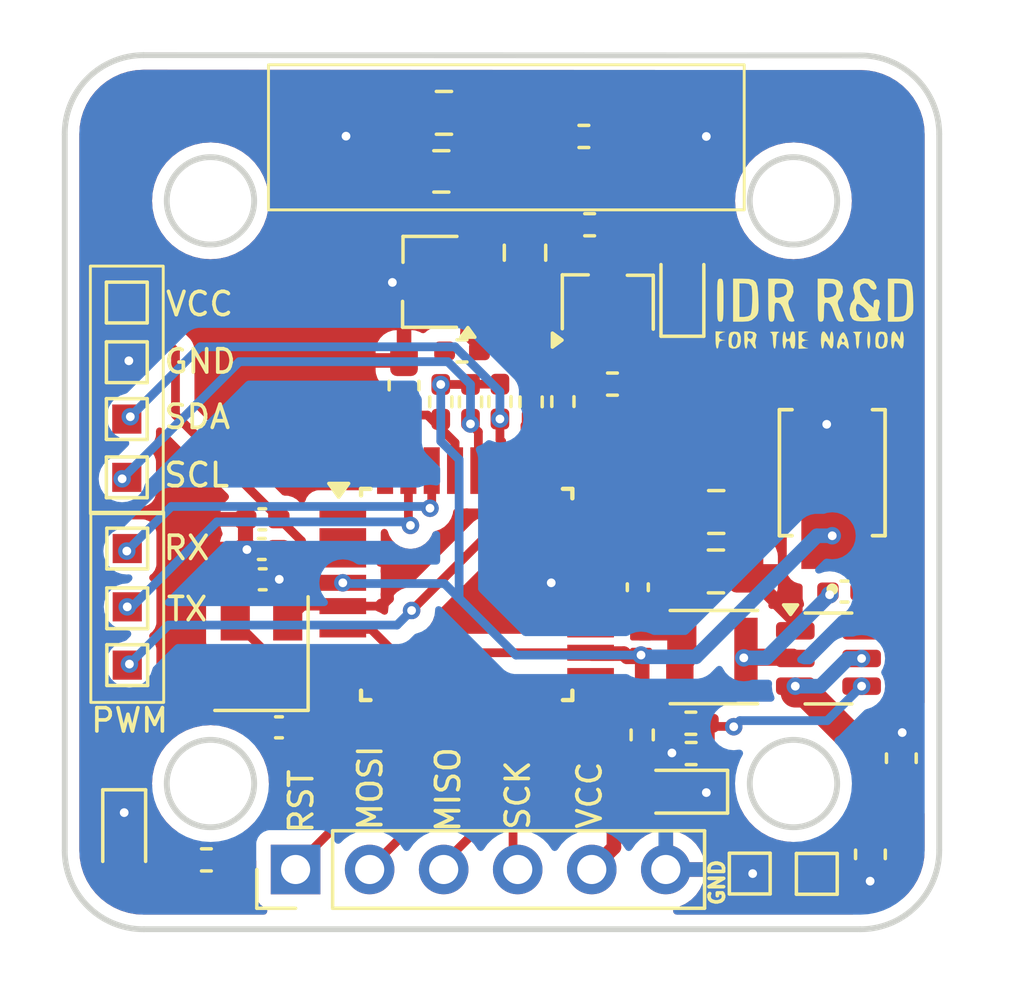
<source format=kicad_pcb>
(kicad_pcb (version 20240108) (generator "pcbnew") (generator_version "8.0")
  (layers (0 "F.Cu" signal) (31 "B.Cu" signal) (34 "B.Paste" user) (35 "F.Paste" user) (36 "B.SilkS" user "B.Silkscreen") (37 "F.SilkS" user "F.Silkscreen") (38 "B.Mask" user) (39 "F.Mask" user) (44 "Edge.Cuts" user))
  (net 0 "")
  (net 1 "GND")
  (net 2 "5V")
  (net 3 "/AREF1")
  (net 4 "/RST_1")
  (net 5 "+VDC")
  (net 6 "On")
  (net 7 "Net-(D3-A)")
  (net 8 "ARM")
  (net 9 "MISO")
  (net 10 "MOSI")
  (net 11 "LED")
  (net 12 "FIRE")
  (net 13 "RESET")
  (net 14 "SCK")
  (net 15 "A0")
  (net 16 "Net-(U1-VBST)")
  (net 17 "Net-(U1-SW)")
  (net 18 "Net-(U2-XTAL1{slash}PB6)")
  (net 19 "Net-(U2-XTAL2{slash}PB7)")
  (net 20 "Net-(D4-A)")
  (net 21 "Net-(D5-A)")
  (net 22 "Net-(Q2-D)")
  (net 23 "Net-(Q2-G)")
  (net 24 "Net-(Q1-G)")
  (net 25 "Net-(U1-VFB)")
  (net 36 "SCL")
  (net 37 "RX")
  (net 38 "TX")
  (net 39 "SDA")
  (net 40 "VCC")
  (net 41 "Net-(J4-Pin_1)")
  (footprint "Capacitor_SMD:C_0402_1005Metric_Pad0.74x0.62mm_HandSolder" (layer "F.Cu") (at 106.76 116.95 180)
    (property "Reference" "C5" (hide yes))
    (property "Value" "1uF")
    (pad "1" smd roundrect (at -0.5675 0 180) (size 0.735 0.62) (layers "F.Cu" "F.Paste" "F.Mask") (net 40 "VCC"))
    (pad "2" smd roundrect (at 0.5675 0 180) (size 0.735 0.62) (layers "F.Cu" "F.Paste" "F.Mask") (net 1 "GND"))
  )
  (footprint "Package_QFP:TQFP-32_7x7mm_P0.8mm" (layer "F.Cu") (at 113.79 118.51)
    (property "Reference" "U2" (hide yes))
    (property "Value" "ATmega328P-A")
    (pad "1" smd rect (at -4.25 -2.8) (size 1.6 0.55) (layers "F.Cu" "F.Paste" "F.Mask"))
    (pad "2" smd rect (at -4.25 -2) (size 1.6 0.55) (layers "F.Cu" "F.Paste" "F.Mask"))
    (pad "3" smd rect (at -4.25 -1.2) (size 1.6 0.55) (layers "F.Cu" "F.Paste" "F.Mask") (net 1 "GND"))
    (pad "4" smd rect (at -4.25 -0.4) (size 1.6 0.55) (layers "F.Cu" "F.Paste" "F.Mask") (net 40 "VCC"))
    (pad "5" smd rect (at -4.25 0.4) (size 1.6 0.55) (layers "F.Cu" "F.Paste" "F.Mask") (net 1 "GND"))
    (pad "6" smd rect (at -4.25 1.2) (size 1.6 0.55) (layers "F.Cu" "F.Paste" "F.Mask") (net 40 "VCC"))
    (pad "7" smd rect (at -4.25 2) (size 1.6 0.55) (layers "F.Cu" "F.Paste" "F.Mask") (net 18 "Net-(U2-XTAL1{slash}PB6)"))
    (pad "8" smd rect (at -4.25 2.8) (size 1.6 0.55) (layers "F.Cu" "F.Paste" "F.Mask") (net 19 "Net-(U2-XTAL2{slash}PB7)"))
    (pad "9" smd rect (at -2.8 4.25 90) (size 1.6 0.55) (layers "F.Cu" "F.Paste" "F.Mask") (net 11 "LED"))
    (pad "10" smd rect (at -2 4.25 90) (size 1.6 0.55) (layers "F.Cu" "F.Paste" "F.Mask"))
    (pad "11" smd rect (at -1.2 4.25 90) (size 1.6 0.55) (layers "F.Cu" "F.Paste" "F.Mask"))
    (pad "12" smd rect (at -0.4 4.25 90) (size 1.6 0.55) (layers "F.Cu" "F.Paste" "F.Mask"))
    (pad "13" smd rect (at 0.4 4.25 90) (size 1.6 0.55) (layers "F.Cu" "F.Paste" "F.Mask"))
    (pad "14" smd rect (at 1.2 4.25 90) (size 1.6 0.55) (layers "F.Cu" "F.Paste" "F.Mask") (net 13 "RESET"))
    (pad "15" smd rect (at 2 4.25 90) (size 1.6 0.55) (layers "F.Cu" "F.Paste" "F.Mask") (net 10 "MOSI"))
    (pad "16" smd rect (at 2.8 4.25 90) (size 1.6 0.55) (layers "F.Cu" "F.Paste" "F.Mask") (net 9 "MISO"))
    (pad "17" smd rect (at 4.25 2.8) (size 1.6 0.55) (layers "F.Cu" "F.Paste" "F.Mask") (net 14 "SCK"))
    (pad "18" smd rect (at 4.25 2) (size 1.6 0.55) (layers "F.Cu" "F.Paste" "F.Mask") (net 40 "VCC"))
    (pad "19" smd rect (at 4.25 1.2) (size 1.6 0.55) (layers "F.Cu" "F.Paste" "F.Mask"))
    (pad "20" smd rect (at 4.25 0.4) (size 1.6 0.55) (layers "F.Cu" "F.Paste" "F.Mask") (net 3 "/AREF1"))
    (pad "21" smd rect (at 4.25 -0.4) (size 1.6 0.55) (layers "F.Cu" "F.Paste" "F.Mask") (net 1 "GND"))
    (pad "22" smd rect (at 4.25 -1.2) (size 1.6 0.55) (layers "F.Cu" "F.Paste" "F.Mask"))
    (pad "23" smd rect (at 4.25 -2) (size 1.6 0.55) (layers "F.Cu" "F.Paste" "F.Mask") (net 15 "A0"))
    (pad "24" smd rect (at 4.25 -2.8) (size 1.6 0.55) (layers "F.Cu" "F.Paste" "F.Mask"))
    (pad "25" smd rect (at 2.8 -4.25 90) (size 1.6 0.55) (layers "F.Cu" "F.Paste" "F.Mask") (net 12 "FIRE"))
    (pad "26" smd rect (at 2 -4.25 90) (size 1.6 0.55) (layers "F.Cu" "F.Paste" "F.Mask") (net 8 "ARM"))
    (pad "27" smd rect (at 1.2 -4.25 90) (size 1.6 0.55) (layers "F.Cu" "F.Paste" "F.Mask") (net 39 "SDA"))
    (pad "28" smd rect (at 0.4 -4.25 90) (size 1.6 0.55) (layers "F.Cu" "F.Paste" "F.Mask") (net 36 "SCL"))
    (pad "29" smd rect (at -0.4 -4.25 90) (size 1.6 0.55) (layers "F.Cu" "F.Paste" "F.Mask") (net 4 "/RST_1"))
    (pad "30" smd rect (at -1.2 -4.25 90) (size 1.6 0.55) (layers "F.Cu" "F.Paste" "F.Mask") (net 37 "RX"))
    (pad "31" smd rect (at -2 -4.25 90) (size 1.6 0.55) (layers "F.Cu" "F.Paste" "F.Mask") (net 38 "TX"))
    (pad "32" smd rect (at -2.8 -4.25 90) (size 1.6 0.55) (layers "F.Cu" "F.Paste" "F.Mask"))
  )
  (footprint "Capacitor_SMD:C_0402_1005Metric_Pad0.74x0.62mm_HandSolder" (layer "F.Cu") (at 119.66 118.2625 90)
    (property "Reference" "C6" (hide yes))
    (property "Value" "0.1uF")
    (pad "1" smd roundrect (at -0.5675 0 90) (size 0.735 0.62) (layers "F.Cu" "F.Paste" "F.Mask") (net 3 "/AREF1"))
    (pad "2" smd roundrect (at 0.5675 0 90) (size 0.735 0.62) (layers "F.Cu" "F.Paste" "F.Mask") (net 1 "GND"))
  )
  (footprint "TestPoint:TestPoint_Pad_1.0x1.0mm" (layer "F.Cu") (at 125.8 128.1)
    (property "Reference" "TP3" (hide yes))
    (property "Value" "TestPoint")
    (pad "1" smd rect (at 0 0) (size 1 1) (layers "F.Cu" "F.Mask") (net 5 "+VDC"))
  )
  (footprint "TestPoint:TestPoint_Pad_1.0x1.0mm" (layer "F.Cu") (at 123.5 128.09)
    (property "Reference" "TP4" (hide yes))
    (property "Value" "TestPoint")
    (pad "1" smd rect (at 0 0) (size 1 1) (layers "F.Cu" "F.Mask") (net 1 "GND"))
  )
  (footprint "Capacitor_SMD:C_0603_1608Metric_Pad1.08x0.95mm_HandSolder" (layer "F.Cu") (at 127.64 127.43 -90)
    (property "Reference" "C3" (hide yes))
    (property "Value" "10uF")
    (pad "1" smd roundrect (at -0.8625 0 270) (size 1.075 0.95) (layers "F.Cu" "F.Paste" "F.Mask") (net 5 "+VDC"))
    (pad "2" smd roundrect (at 0.8625 0 270) (size 1.075 0.95) (layers "F.Cu" "F.Paste" "F.Mask") (net 1 "GND"))
  )
  (footprint "Capacitor_SMD:C_0603_1608Metric_Pad1.08x0.95mm_HandSolder" (layer "F.Cu") (at 111.64 111.34 90)
    (property "Reference" "C10" (hide yes))
    (property "Value" "10uF")
    (pad "1" smd roundrect (at -0.8625 0 90) (size 1.075 0.95) (layers "F.Cu" "F.Paste" "F.Mask") (net 4 "/RST_1"))
    (pad "2" smd roundrect (at 0.8625 0 90) (size 1.075 0.95) (layers "F.Cu" "F.Paste" "F.Mask") (net 1 "GND"))
  )
  (footprint "Capacitor_SMD:C_0402_1005Metric_Pad0.74x0.62mm_HandSolder" (layer "F.Cu") (at 107.35 123.07 180)
    (property "Reference" "C12" (hide yes))
    (property "Value" "22pF")
    (pad "1" smd roundrect (at -0.5675 0 180) (size 0.735 0.62) (layers "F.Cu" "F.Paste" "F.Mask") (net 19 "Net-(U2-XTAL2{slash}PB7)"))
    (pad "2" smd roundrect (at 0.5675 0 180) (size 0.735 0.62) (layers "F.Cu" "F.Paste" "F.Mask") (net 1 "GND"))
  )
  (footprint "Capacitor_SMD:C_0402_1005Metric_Pad0.74x0.62mm_HandSolder" (layer "F.Cu") (at 106.7775 115.93 180)
    (property "Reference" "C7" (hide yes))
    (property "Value" "0.1uF")
    (pad "1" smd roundrect (at -0.5675 0 180) (size 0.735 0.62) (layers "F.Cu" "F.Paste" "F.Mask") (net 40 "VCC"))
    (pad "2" smd roundrect (at 0.5675 0 180) (size 0.735 0.62) (layers "F.Cu" "F.Paste" "F.Mask") (net 1 "GND"))
  )
  (footprint "Capacitor_SMD:C_0805_2012Metric_Pad1.18x1.45mm_HandSolder" (layer "F.Cu") (at 113.01 101.98 180)
    (property "Reference" "C1" (hide yes))
    (property "Value" "22uF")
    (pad "1" smd roundrect (at -1.0375 0 180) (size 1.175 1.45) (layers "F.Cu" "F.Paste" "F.Mask") (roundrect_rratio 0.212766) (net 6 "On"))
    (pad "2" smd roundrect (at 1.0375 0 180) (size 1.175 1.45) (layers "F.Cu" "F.Paste" "F.Mask") (roundrect_rratio 0.212766) (net 1 "GND"))
  )
  (footprint "Package_TO_SOT_SMD:SOT-23-6" (layer "F.Cu") (at 126.2 120.7075)
    (property "Reference" "U1" (hide yes))
    (property "Value" "TPS562200")
    (pad "1" smd roundrect (at -1.1375 -0.95) (size 1.325 0.6) (layers "F.Cu" "F.Paste" "F.Mask") (net 1 "GND"))
    (pad "2" smd roundrect (at -1.1375 0) (size 1.325 0.6) (layers "F.Cu" "F.Paste" "F.Mask") (net 17 "Net-(U1-SW)"))
    (pad "3" smd roundrect (at -1.1375 0.95) (size 1.325 0.6) (layers "F.Cu" "F.Paste" "F.Mask") (net 5 "+VDC"))
    (pad "4" smd roundrect (at 1.1375 0.95) (size 1.325 0.6) (layers "F.Cu" "F.Paste" "F.Mask") (net 25 "Net-(U1-VFB)"))
    (pad "5" smd roundrect (at 1.1375 0) (size 1.325 0.6) (layers "F.Cu" "F.Paste" "F.Mask") (net 5 "+VDC"))
    (pad "6" smd roundrect (at 1.1375 -0.95) (size 1.325 0.6) (layers "F.Cu" "F.Paste" "F.Mask") (net 16 "Net-(U1-VBST)"))
  )
  (footprint "Inductor_SMD:L_Taiyo-Yuden_NR-30xx" (layer "F.Cu") (at 122.27 120.66 180)
    (property "Reference" "L1" (hide yes))
    (property "Value" "4.7H")
    (pad "1" smd rect (at -1.1 0 180) (size 0.8 2.7) (layers "F.Cu" "F.Paste" "F.Mask") (net 17 "Net-(U1-SW)"))
    (pad "2" smd rect (at 1.1 0 180) (size 0.8 2.7) (layers "F.Cu" "F.Paste" "F.Mask") (net 2 "5V"))
  )
  (footprint "Fuse:Fuse_0805_2012Metric" (layer "F.Cu") (at 112.92 103.99 180)
    (property "Reference" "F1" (hide yes))
    (property "Value" "200ma")
    (pad "1" smd roundrect (at -0.9375 0 180) (size 0.975 1.4) (layers "F.Cu" "F.Paste" "F.Mask") (net 6 "On"))
    (pad "2" smd roundrect (at 0.9375 0 180) (size 0.975 1.4) (layers "F.Cu" "F.Paste" "F.Mask") (net 1 "GND"))
  )
  (footprint "LED_SMD:LED_0603_1608Metric_Pad1.05x0.95mm_HandSolder" (layer "F.Cu") (at 102.04 126.8725 -90)
    (property "Reference" "D4" (hide yes))
    (property "Value" "LED")
    (pad "1" smd roundrect (at -0.875 0 270) (size 1.05 0.95) (layers "F.Cu" "F.Paste" "F.Mask") (net 1 "GND"))
    (pad "2" smd roundrect (at 0.875 0 270) (size 1.05 0.95) (layers "F.Cu" "F.Paste" "F.Mask") (net 20 "Net-(D4-A)"))
  )
  (footprint "my_foots:PMOS_sot-23" (layer "F.Cu") (at 124.26 108.78 90)
    (property "Reference" "Q2" (hide yes))
    (property "Value" "PMOS" (hide yes))
    (pad "1" smd roundrect (at 1.59 -5.65 90) (size 1.22 0.65) (layers "F.Cu" "F.Paste" "F.Mask") (net 22 "Net-(Q2-D)"))
    (pad "2" smd roundrect (at -1.03 -6.6 90) (size 1.22 0.65) (layers "F.Cu" "F.Paste" "F.Mask") (net 23 "Net-(Q2-G)"))
    (pad "3" smd roundrect (at -1.03 -4.7 90) (size 1.22 0.65) (layers "F.Cu" "F.Paste" "F.Mask") (net 2 "5V"))
  )
  (footprint "Capacitor_SMD:C_0402_1005Metric_Pad0.74x0.62mm_HandSolder" (layer "F.Cu") (at 106.7925 117.99)
    (property "Reference" "C11" (hide yes))
    (property "Value" "22pF")
    (pad "1" smd roundrect (at -0.5675 0) (size 0.735 0.62) (layers "F.Cu" "F.Paste" "F.Mask") (net 18 "Net-(U2-XTAL1{slash}PB6)"))
    (pad "2" smd roundrect (at 0.5675 0) (size 0.735 0.62) (layers "F.Cu" "F.Paste" "F.Mask") (net 1 "GND"))
  )
  (footprint "my_foots:Connector_01x04" (layer "F.Cu") (at 102.53 113.14 180)
    (property "Reference" "J1" (hide yes))
    (property "Value" "Conn_01x04" (hide yes))
    (pad "1" smd rect (at 0.4 4.65 180) (size 1 1) (layers "F.Cu" "F.Mask") (net 40 "VCC"))
    (pad "2" smd rect (at 0.4 2.65 180) (size 1 1) (layers "F.Cu" "F.Mask") (net 1 "GND"))
    (pad "3" smd rect (at 0.4 0.65 180) (size 1 1) (layers "F.Cu" "F.Mask") (net 39 "SDA"))
    (pad "4" smd rect (at 0.4 -1.35 180) (size 1 1) (layers "F.Cu" "F.Mask") (net 36 "SCL"))
  )
  (footprint "Capacitor_SMD:C_0805_2012Metric_Pad1.18x1.45mm_HandSolder" (layer "F.Cu") (at 122.35 115.68)
    (property "Reference" "C9" (hide yes))
    (property "Value" "22uF")
    (pad "1" smd roundrect (at -1.0375 0) (size 1.175 1.45) (layers "F.Cu" "F.Paste" "F.Mask") (roundrect_rratio 0.212766) (net 2 "5V"))
    (pad "2" smd roundrect (at 1.0375 0) (size 1.175 1.45) (layers "F.Cu" "F.Paste" "F.Mask") (roundrect_rratio 0.212766) (net 1 "GND"))
  )
  (footprint "Resistor_SMD:R_0402_1005Metric_Pad0.72x0.64mm_HandSolder" (layer "F.Cu") (at 119.81 123.33 -90)
    (property "Reference" "R11" (hide yes))
    (property "Value" "330R")
    (pad "1" smd roundrect (at -0.5975 0 270) (size 0.715 0.64) (layers "F.Cu" "F.Paste" "F.Mask") (net 40 "VCC"))
    (pad "2" smd roundrect (at 0.5975 0 270) (size 0.715 0.64) (layers "F.Cu" "F.Paste" "F.Mask") (net 21 "Net-(D5-A)"))
  )
  (footprint "Fuse:Fuse_0805_2012Metric" (layer "F.Cu") (at 115.79 106.78 -90)
    (property "Reference" "F2" (hide yes))
    (property "Value" "1amp")
    (pad "1" smd roundrect (at -0.9375 0 270) (size 0.975 1.4) (layers "F.Cu" "F.Paste" "F.Mask") (net 6 "On"))
    (pad "2" smd roundrect (at 0.9375 0 270) (size 0.975 1.4) (layers "F.Cu" "F.Paste" "F.Mask") (net 22 "Net-(Q2-D)"))
  )
  (footprint "Resistor_SMD:R_0402_1005Metric_Pad0.72x0.64mm_HandSolder" (layer "F.Cu") (at 112.9 111.9 -90)
    (property "Reference" "R8" (hide yes))
    (property "Value" "10K")
    (pad "1" smd roundrect (at -0.5975 0 270) (size 0.715 0.64) (layers "F.Cu" "F.Paste" "F.Mask") (net 40 "VCC"))
    (pad "2" smd roundrect (at 0.5975 0 270) (size 0.715 0.64) (layers "F.Cu" "F.Paste" "F.Mask") (net 4 "/RST_1"))
  )
  (footprint "Resistor_SMD:R_0402_1005Metric_Pad0.72x0.64mm_HandSolder" (layer "F.Cu") (at 118.0075 105.82)
    (property "Reference" "R9" (hide yes))
    (property "Value" "330R")
    (pad "1" smd roundrect (at -0.5975 0) (size 0.715 0.64) (layers "F.Cu" "F.Paste" "F.Mask") (net 6 "On"))
    (pad "2" smd roundrect (at 0.5975 0) (size 0.715 0.64) (layers "F.Cu" "F.Paste" "F.Mask") (net 7 "Net-(D3-A)"))
  )
  (footprint "Resistor_SMD:R_0402_1005Metric_Pad0.72x0.64mm_HandSolder" (layer "F.Cu") (at 117.09 111.89 -90)
    (property "Reference" "R4" (hide yes))
    (property "Value" "512R")
    (pad "1" smd roundrect (at -0.5975 0 270) (size 0.715 0.64) (layers "F.Cu" "F.Paste" "F.Mask") (net 23 "Net-(Q2-G)"))
    (pad "2" smd roundrect (at 0.5975 0 270) (size 0.715 0.64) (layers "F.Cu" "F.Paste" "F.Mask") (net 12 "FIRE"))
  )
  (footprint "Resistor_SMD:R_0402_1005Metric_Pad0.72x0.64mm_HandSolder" (layer "F.Cu") (at 104.86 127.62 180)
    (property "Reference" "R10" (hide yes))
    (property "Value" "330R")
    (pad "1" smd roundrect (at -0.5975 0 180) (size 0.715 0.64) (layers "F.Cu" "F.Paste" "F.Mask") (net 11 "LED"))
    (pad "2" smd roundrect (at 0.5975 0 180) (size 0.715 0.64) (layers "F.Cu" "F.Paste" "F.Mask") (net 20 "Net-(D4-A)"))
  )
  (footprint "my_foots:Detonator" (layer "F.Cu") (at 114.89 102.88)
    (property "Reference" "J4" (hide yes))
    (property "Value" "Conn_01x02")
    (pad "1" smd rect (at 5.25 0) (size 2 2) (layers "F.Cu" "F.Paste" "F.Mask") (net 41 "Net-(J4-Pin_1)"))
    (pad "2" smd rect (at -5.25 0) (size 2 2) (layers "F.Cu" "F.Paste" "F.Mask") (net 1 "GND"))
    (pad "2" smd rect (at 3.56 1.3275 180) (size 0.1 0.465) (layers "F.Cu" "F.Paste" "F.Mask") (net 1 "GND"))
    (pad "2" smd rect (at 5.245 1.51 90) (size 0.1 3.47) (layers "F.Cu" "F.Paste" "F.Mask") (net 1 "GND"))
    (pad "2" smd rect (at 6.92 -0.02) (size 0.12 3.16) (layers "F.Cu" "F.Paste" "F.Mask") (net 1 "GND"))
  )
  (footprint "LED_SMD:LED_0603_1608Metric_Pad1.05x0.95mm_HandSolder" (layer "F.Cu") (at 121.08 125.28 180)
    (property "Reference" "D5" (hide yes))
    (property "Value" "LED")
    (pad "1" smd roundrect (at -0.875 0 180) (size 1.05 0.95) (layers "F.Cu" "F.Paste" "F.Mask") (net 1 "GND"))
    (pad "2" smd roundrect (at 0.875 0 180) (size 1.05 0.95) (layers "F.Cu" "F.Paste" "F.Mask") (net 21 "Net-(D5-A)"))
  )
  (footprint "Resistor_SMD:R_0402_1005Metric_Pad0.72x0.64mm_HandSolder" (layer "F.Cu") (at 113.63 110.15)
    (property "Reference" "R2" (hide yes))
    (property "Value" "10k")
    (pad "1" smd roundrect (at -0.5975 0) (size 0.715 0.64) (layers "F.Cu" "F.Paste" "F.Mask") (net 1 "GND"))
    (pad "2" smd roundrect (at 0.5975 0) (size 0.715 0.64) (layers "F.Cu" "F.Paste" "F.Mask") (net 24 "Net-(Q1-G)"))
  )
  (footprint "my_foots:Connector_01x03" (layer "F.Cu") (at 104.765 122.155 180)
    (property "Reference" "J2" (hide yes))
    (property "Value" "Conn_01x03" (hide yes))
    (pad "1" smd rect (at 2.62 5.22 180) (size 1 1) (layers "F.Cu" "F.Mask") (net 37 "RX"))
    (pad "2" smd rect (at 2.62 3.22 180) (size 1 1) (layers "F.Cu" "F.Mask") (net 38 "TX"))
    (pad "3" smd rect (at 2.62 1.22 180) (size 1 1) (layers "F.Cu" "F.Mask") (net 15 "A0"))
  )
  (footprint "my_foots:PMOS_sot-23" (layer "F.Cu") (at 112.83 102.15 180)
    (property "Reference" "Q1" (hide yes))
    (property "Value" "PMOS" (hide yes))
    (pad "1" smd roundrect (at 1.59 -5.65 180) (size 1.22 0.65) (layers "F.Cu" "F.Paste" "F.Mask") (net 1 "GND"))
    (pad "2" smd roundrect (at -1.03 -6.6 180) (size 1.22 0.65) (layers "F.Cu" "F.Paste" "F.Mask") (net 24 "Net-(Q1-G)"))
    (pad "3" smd roundrect (at -1.03 -4.7 180) (size 1.22 0.65) (layers "F.Cu" "F.Paste" "F.Mask") (net 6 "On"))
  )
  (footprint "Resistor_SMD:R_0402_1005Metric_Pad0.72x0.64mm_HandSolder" (layer "F.Cu") (at 114.93 111.89 -90)
    (property "Reference" "R12" (hide yes))
    (property "Value" "10K")
    (pad "1" smd roundrect (at -0.5975 0 270) (size 0.715 0.64) (layers "F.Cu" "F.Paste" "F.Mask") (net 40 "VCC"))
    (pad "2" smd roundrect (at 0.5975 0 270) (size 0.715 0.64) (layers "F.Cu" "F.Paste" "F.Mask") (net 39 "SDA"))
  )
  (footprint "SMBJ5.0A:DIOM4336X265N" (layer "F.Cu") (at 126.33 114.33 90)
    (property "Reference" "D2" (hide yes))
    (property "Value" "PTVS5V0Z1USK")
    (pad "1" smd rect (at -2.165 0 90) (size 2.28 2.12) (layers "F.Cu" "F.Paste" "F.Mask") (net 40 "VCC"))
    (pad "2" smd rect (at 2.165 0 90) (size 2.28 2.12) (layers "F.Cu" "F.Paste" "F.Mask") (net 1 "GND"))
  )
  (footprint "Resistor_SMD:R_0402_1005Metric_Pad0.72x0.64mm_HandSolder" (layer "F.Cu") (at 116 111.9 -90)
    (property "Reference" "R5" (hide yes))
    (property "Value" "512R")
    (pad "1" smd roundrect (at -0.5975 0 270) (size 0.715 0.64) (layers "F.Cu" "F.Paste" "F.Mask") (net 24 "Net-(Q1-G)"))
    (pad "2" smd roundrect (at 0.5975 0 270) (size 0.715 0.64) (layers "F.Cu" "F.Paste" "F.Mask") (net 8 "ARM"))
  )
  (footprint "Resistor_SMD:R_0402_1005Metric_Pad0.72x0.64mm_HandSolder" (layer "F.Cu") (at 113.92 111.9 -90)
    (property "Reference" "R13" (hide yes))
    (property "Value" "10K")
    (pad "1" smd roundrect (at -0.5975 0 270) (size 0.715 0.64) (layers "F.Cu" "F.Paste" "F.Mask") (net 40 "VCC"))
    (pad "2" smd roundrect (at 0.5975 0 270) (size 0.715 0.64) (layers "F.Cu" "F.Paste" "F.Mask") (net 36 "SCL"))
  )
  (footprint "Crystal:Crystal_SMD_EuroQuartz_MT-4Pin_3.2x2.5mm" (layer "F.Cu") (at 106.75 120.54 90)
    (property "Reference" "Y1" (hide yes))
    (property "Value" "16Mhz")
    (pad "1" smd rect (at -1.1 0.9 90) (size 1.3 1) (layers "F.Cu" "F.Paste" "F.Mask") (net 19 "Net-(U2-XTAL2{slash}PB7)"))
    (pad "2" smd rect (at 1.1 0.9 90) (size 1.3 1) (layers "F.Cu" "F.Paste" "F.Mask") (net 1 "GND"))
    (pad "3" smd rect (at 1.1 -0.9 90) (size 1.3 1) (layers "F.Cu" "F.Paste" "F.Mask") (net 18 "Net-(U2-XTAL1{slash}PB6)"))
    (pad "4" smd rect (at -1.1 -0.9 90) (size 1.3 1) (layers "F.Cu" "F.Paste" "F.Mask") (net 1 "GND"))
  )
  (footprint "Capacitor_SMD:C_0402_1005Metric_Pad0.74x0.62mm_HandSolder" (layer "F.Cu") (at 126.75 118.41)
    (property "Reference" "C4" (hide yes))
    (property "Value" "100nF")
    (pad "1" smd roundrect (at -0.5675 0) (size 0.735 0.62) (layers "F.Cu" "F.Paste" "F.Mask") (net 17 "Net-(U1-SW)"))
    (pad "2" smd roundrect (at 0.5675 0) (size 0.735 0.62) (layers "F.Cu" "F.Paste" "F.Mask") (net 16 "Net-(U1-VBST)"))
  )
  (footprint "LED_SMD:LED_0603_1608Metric_Pad1.05x0.95mm_HandSolder" (layer "F.Cu") (at 121.19 107.9875 90)
    (property "Reference" "D3" (hide yes))
    (property "Value" "LED")
    (pad "1" smd roundrect (at -0.875 0 90) (size 1.05 0.95) (layers "F.Cu" "F.Paste" "F.Mask") (net 1 "GND"))
    (pad "2" smd roundrect (at 0.875 0 90) (size 1.05 0.95) (layers "F.Cu" "F.Paste" "F.Mask") (net 7 "Net-(D3-A)"))
  )
  (footprint "Resistor_SMD:R_0402_1005Metric_Pad0.72x0.64mm_HandSolder" (layer "F.Cu") (at 118.79 111.29)
    (property "Reference" "R3" (hide yes))
    (property "Value" "10k")
    (pad "1" smd roundrect (at -0.5975 0) (size 0.715 0.64) (layers "F.Cu" "F.Paste" "F.Mask") (net 23 "Net-(Q2-G)"))
    (pad "2" smd roundrect (at 0.5975 0) (size 0.715 0.64) (layers "F.Cu" "F.Paste" "F.Mask") (net 2 "5V"))
  )
  (footprint "Connector_PinHeader_2.54mm:PinHeader_1x06_P2.54mm_Vertical" (layer "F.Cu") (at 107.92 127.95 90)
    (property "Reference" "J3" (hide yes))
    (property "Value" "Conn_01x06")
    (pad "1" thru_hole rect (at 0 0 90) (size 1.7 1.7) (drill 1) (layers "*.Cu" "*.Mask") (net 13 "RESET"))
    (pad "2" thru_hole oval (at 0 2.54 90) (size 1.7 1.7) (drill 1) (layers "*.Cu" "*.Mask") (net 10 "MOSI"))
    (pad "3" thru_hole oval (at 0 5.08 90) (size 1.7 1.7) (drill 1) (layers "*.Cu" "*.Mask") (net 9 "MISO"))
    (pad "4" thru_hole oval (at 0 7.62 90) (size 1.7 1.7) (drill 1) (layers "*.Cu" "*.Mask") (net 14 "SCK"))
    (pad "5" thru_hole oval (at 0 10.16 90) (size 1.7 1.7) (drill 1) (layers "*.Cu" "*.Mask") (net 40 "VCC"))
    (pad "6" thru_hole oval (at 0 12.7 90) (size 1.7 1.7) (drill 1) (layers "*.Cu" "*.Mask") (net 1 "GND"))
  )
  (footprint "Resistor_SMD:R_0402_1005Metric_Pad0.72x0.64mm_HandSolder" (layer "F.Cu") (at 117.81 102.79 180)
    (property "Reference" "R1" (hide yes))
    (property "Value" "10R")
    (pad "1" smd roundrect (at -0.5975 0 180) (size 0.715 0.64) (layers "F.Cu" "F.Paste" "F.Mask") (net 41 "Net-(J4-Pin_1)"))
    (pad "2" smd roundrect (at 0.5975 0 180) (size 0.715 0.64) (layers "F.Cu" "F.Paste" "F.Mask") (net 6 "On"))
  )
  (footprint "Capacitor_SMD:C_0603_1608Metric_Pad1.08x0.95mm_HandSolder" (layer "F.Cu") (at 128.7 124.13 90)
    (property "Reference" "C2" (hide yes))
    (property "Value" "10uF")
    (pad "1" smd roundrect (at -0.8625 0 90) (size 1.075 0.95) (layers "F.Cu" "F.Paste" "F.Mask") (net 5 "+VDC"))
    (pad "2" smd roundrect (at 0.8625 0 90) (size 1.075 0.95) (layers "F.Cu" "F.Paste" "F.Mask") (net 1 "GND"))
  )
  (footprint "Resistor_SMD:R_0402_1005Metric_Pad0.72x0.64mm_HandSolder" (layer "F.Cu") (at 121.48 122.93)
    (property "Reference" "R6" (hide yes))
    (property "Value" "56.2K")
    (pad "1" smd roundrect (at -0.5975 0) (size 0.715 0.64) (layers "F.Cu" "F.Paste" "F.Mask") (net 2 "5V"))
    (pad "2" smd roundrect (at 0.5975 0) (size 0.715 0.64) (layers "F.Cu" "F.Paste" "F.Mask") (net 25 "Net-(U1-VFB)"))
  )
  (footprint "my_foots:jumper_small" (layer "F.Cu") (at 119.395 119.84 90)
    (property "Reference" "JP1" (hide yes))
    (property "Value" "SolderJumper_2_Open")
    (pad "1" smd roundrect (at -0.75 0.375 90) (size 0.5 0.75) (layers "F.Cu" "F.Paste" "F.Mask") (roundrect_rratio 0.15625) (net 40 "VCC"))
    (pad "2" smd roundrect (at 0 0.375 90) (size 0.5 0.75) (layers "F.Cu" "F.Paste" "F.Mask") (roundrect_rratio 0.15625) (net 2 "5V"))
  )
  (footprint "symbols:IDR" (layer "F.Cu") (at 125.72 108.82)
    (property "Reference" "G***")
    (property "Value" "LOGO" (hide yes))
  )
  (footprint "Resistor_SMD:R_0402_1005Metric_Pad0.72x0.64mm_HandSolder" (layer "F.Cu") (at 121.49 123.97 180)
    (property "Reference" "R7" (hide yes))
    (property "Value" "10K")
    (pad "1" smd roundrect (at -0.5975 0 180) (size 0.715 0.64) (layers "F.Cu" "F.Paste" "F.Mask") (net 25 "Net-(U1-VFB)"))
    (pad "2" smd roundrect (at 0.5975 0 180) (size 0.715 0.64) (layers "F.Cu" "F.Paste" "F.Mask") (net 1 "GND"))
  )
  (footprint "Capacitor_SMD:C_0805_2012Metric_Pad1.18x1.45mm_HandSolder" (layer "F.Cu") (at 122.34 117.72)
    (property "Reference" "C8" (hide yes))
    (property "Value" "22uF")
    (pad "1" smd roundrect (at -1.0375 0) (size 1.175 1.45) (layers "F.Cu" "F.Paste" "F.Mask") (roundrect_rratio 0.212766) (net 2 "5V"))
    (pad "2" smd roundrect (at 1.0375 0) (size 1.175 1.45) (layers "F.Cu" "F.Paste" "F.Mask") (roundrect_rratio 0.212766) (net 1 "GND"))
  )
  (gr_circle (center 105 125) (end 106.5 125) (stroke (width 0.2)) (fill none) (layer "Edge.Cuts"))
  (gr_circle (center 125 105) (end 126.5 105) (stroke (width 0.2)) (fill none) (layer "Edge.Cuts"))
  (gr_line (start 102.7 100) (end 127.269926 100.01) (stroke (width 0.2)) (layer "Edge.Cuts"))
  (gr_line (start 130 102.71) (end 130 127.279926) (stroke (width 0.2)) (layer "Edge.Cuts"))
  (gr_arc (start 127.269926 100.01) (mid 129.198536 100.790149) (end 130 102.71) (stroke (width 0.2)) (layer "Edge.Cuts"))
  (gr_arc (start 102.72 129.999999) (mid 100.79788 129.216283) (end 100 127.299999) (stroke (width 0.2)) (layer "Edge.Cuts"))
  (gr_circle (center 105 105) (end 106.5 105) (stroke (width 0.2)) (fill none) (layer "Edge.Cuts"))
  (gr_line (start 100 102.73) (end 100 127.29) (stroke (width 0.2)) (layer "Edge.Cuts"))
  (gr_line (start 102.72 130) (end 127.29 130) (stroke (width 0.2)) (layer "Edge.Cuts"))
  (gr_arc (start 100 102.720074) (mid 100.783701 100.797917) (end 102.7 100) (stroke (width 0.2)) (layer "Edge.Cuts"))
  (gr_circle (center 125 125) (end 126.5 125) (stroke (width 0.2)) (fill none) (layer "Edge.Cuts"))
  (gr_arc (start 130 127.279926) (mid 129.211299 129.204164) (end 127.29 130) (stroke (width 0.2)) (layer "Edge.Cuts"))
  (gr_text "VCC\n" (at 118.47 126.62 90) (layer "F.SilkS") (effects (font (size 0.8 0.8) (thickness 0.125) (bold yes)) (justify left bottom)))
  (gr_text "SCK\n" (at 116.01 126.66 90) (layer "F.SilkS") (effects (font (size 0.8 0.8) (thickness 0.125) (bold yes)) (justify left bottom)))
  (gr_text "MOSI\n" (at 110.95 126.68 90) (layer "F.SilkS") (effects (font (size 0.8 0.8) (thickness 0.125) (bold yes)) (justify left bottom)))
  (gr_text "SCL\n" (at 103.34 114.88 0) (layer "F.SilkS") (effects (font (size 0.8 0.8) (thickness 0.125) (bold yes)) (justify left bottom)))
  (gr_text "TX\n" (at 103.43 119.48 0) (layer "F.SilkS") (effects (font (size 0.8 0.8) (thickness 0.125) (bold yes)) (justify left bottom)))
  (gr_text "PWM\n" (at 100.83 123.3 0) (layer "F.SilkS") (effects (font (size 0.8 0.8) (thickness 0.125) (bold yes)) (justify left bottom)))
  (gr_text "MISO\n" (at 113.62 126.74 90) (layer "F.SilkS") (effects (font (size 0.8 0.8) (thickness 0.125) (bold yes)) (justify left bottom)))
  (gr_text "VCC\n" (at 103.4 109.01 0) (layer "F.SilkS") (effects (font (size 0.8 0.8) (thickness 0.125) (bold yes)) (justify left bottom)))
  (gr_text "GND\n" (at 103.34 110.98 0) (layer "F.SilkS") (effects (font (size 0.8 0.8) (thickness 0.125) (bold yes)) (justify left bottom)))
  (gr_text "RST\n" (at 108.58 126.78 90) (layer "F.SilkS") (effects (font (size 0.8 0.8) (thickness 0.125) (bold yes)) (justify left bottom)))
  (gr_text "GND\n" (at 122.67 129.24 90) (layer "F.SilkS") (effects (font (size 0.5 0.5) (thickness 0.125) (bold yes)) (justify left bottom)))
  (gr_text "RX\n" (at 103.32 117.38 0) (layer "F.SilkS") (effects (font (size 0.8 0.8) (thickness 0.125) (bold yes)) (justify left bottom)))
  (gr_text "SDA" (at 103.34 112.88 0) (layer "F.SilkS") (effects (font (size 0.8 0.8) (thickness 0.125) (bold yes)) (justify left bottom)))
  (segment (start 125.0625 119.7575) (end 125.0625 119.405) (width 0.5) (layer "F.Cu") (net 1))
  (segment (start 102.13 110.49) (end 102.2 110.49) (width 0.3) (layer "F.Cu") (net 1))
  (segment (start 107.65 119.44) (end 107.65 118.28) (width 0.3) (layer "F.Cu") (net 1))
  (segment (start 108.18 118.91) (end 109.54 118.91) (width 0.3) (layer "F.Cu") (net 1))
  (segment (start 110.8 117.31) (end 111.14 117.65) (width 0.3) (layer "F.Cu") (net 1))
  (segment (start 127.64 128.34) (end 127.63 128.35) (width 1) (layer "F.Cu") (net 1))
  (segment (start 109.54 117.31) (end 110.8 117.31) (width 0.3) (layer "F.Cu") (net 1))
  (segment (start 126.33 112.165) (end 126.33 112.48) (width 1) (layer "F.Cu") (net 1))
  (segment (start 121.82 104.28) (end 121.72 104.38) (width 0.3) (layer "F.Cu") (net 1))
  (segment (start 111.14 117.65) (end 111.14 118.66) (width 0.3) (layer "F.Cu") (net 1))
  (segment (start 122.41 102.79) (end 122.54 102.66) (width 0.3) (layer "F.Cu") (net 1))
  (segment (start 119.08 118.11) (end 119.495 117.695) (width 0.5) (layer "F.Cu") (net 1))
  (segment (start 106.1925 116.95) (end 106.23 116.95) (width 0.3) (layer "F.Cu") (net 1))
  (segment (start 109.54 118.91) (end 110.89 118.91) (width 0.3) (layer "F.Cu") (net 1))
  (segment (start 105.85 122.37) (end 105.85 121.64) (width 0.5) (layer "F.Cu") (net 1))
  (segment (start 109.96 102) (end 111.9525 102) (width 0.5) (layer "F.Cu") (net 1))
  (segment (start 121.98 125.28) (end 122.01 125.31) (width 0.3) (layer "F.Cu") (net 1))
  (segment (start 121.72 104.38) (end 118.53 104.38) (width 0.3) (layer "F.Cu") (net 1))
  (segment (start 106.55 123.07) (end 105.85 122.37) (width 0.5) (layer "F.Cu") (net 1))
  (segment (start 106.7825 123.07) (end 106.55 123.07) (width 0.5) (layer "F.Cu") (net 1))
  (segment (start 122.01 102.79) (end 122.41 102.79) (width 0.3) (layer "F.Cu") (net 1))
  (segment (start 121.82 102.76) (end 121.82 104.28) (width 0.3) (layer "F.Cu") (net 1))
  (segment (start 116.69 118.11) (end 118.04 118.11) (width 0.3) (layer "F.Cu") (net 1))
  (segment (start 119.495 117.695) (end 119.66 117.695) (width 0.5) (layer "F.Cu") (net 1))
  (segment (start 121.98 102.76) (end 122.01 102.79) (width 0.3) (layer "F.Cu") (net 1))
  (segment (start 118.53 104.38) (end 118.44 104.29) (width 0.3) (layer "F.Cu") (net 1))
  (segment (start 125.0625 119.405) (end 123.3775 117.72) (width 0.5) (layer "F.Cu") (net 1))
  (segment (start 123.64 128.05) (end 123.87 128.05) (width 0.5) (layer "F.Cu") (net 1))
  (segment (start 123.6 128.09) (end 123.64 128.05) (width 0.5) (layer "F.Cu") (net 1))
  (segment (start 127.64 128.2925) (end 127.64 128.34) (width 1) (layer "F.Cu") (net 1))
  (segment (start 111.14 118.66) (end 110.89 118.91) (width 0.3) (layer "F.Cu") (net 1))
  (segment (start 128.7125 123.2675) (end 128.73 123.25) (width 0.3) (layer "F.Cu") (net 1))
  (segment (start 126.33 112.48) (end 126.14 112.67) (width 1) (layer "F.Cu") (net 1))
  (segment (start 107.65 119.44) (end 108.18 118.91) (width 0.3) (layer "F.Cu") (net 1))
  (segment (start 111.9525 102) (end 111.9725 101.98) (width 0.5) (layer "F.Cu") (net 1))
  (segment (start 107.65 118.28) (end 107.36 117.99) (width 0.3) (layer "F.Cu") (net 1))
  (segment (start 118.44 104.29) (end 118.44 103.86) (width 0.3) (layer "F.Cu") (net 1))
  (segment (start 121.955 125.28) (end 121.98 125.28) (width 0.3) (layer "F.Cu") (net 1))
  (segment (start 121.91 101.27) (end 121.82 101.36) (width 0.3) (layer "F.Cu") (net 1))
  (segment (start 106.23 116.95) (end 106.25 116.97) (width 0.3) (layer "F.Cu") (net 1))
  (segment (start 109.65 102.78) (end 109.7 102.73) (width 0.3) (layer "F.Cu") (net 1))
  (segment (start 121.82 102.76) (end 121.98 102.76) (width 0.3) (layer "F.Cu") (net 1))
  (segment (start 118.04 118.11) (end 119.08 118.11) (width 0.5) (layer "F.Cu") (net 1))
  (segment (start 128.7 123.2675) (end 128.7125 123.2675) (width 0.3) (layer "F.Cu") (net 1))
  (segment (start 121.82 101.36) (end 121.82 102.76) (width 0.3) (layer "F.Cu") (net 1))
  (segment (start 109.7 102.73) (end 109.81 102.73) (width 0.3) (layer "F.Cu") (net 1))
  (via (at 116.69 118.11) (size 0.6) (drill 0.3) (layers "F.Cu" "B.Cu") (net 1))
  (via (at 111.24 107.8) (size 0.6) (drill 0.3) (layers "F.Cu" "B.Cu") (net 1))
  (via (at 126.14 112.67) (size 0.6) (drill 0.3) (layers "F.Cu" "B.Cu") (net 1))
  (via (at 107.36 117.99) (size 0.6) (drill 0.3) (layers "F.Cu" "B.Cu") (net 1))
  (via (at 122.01 125.31) (size 0.6) (drill 0.3) (layers "F.Cu" "B.Cu") (net 1))
  (via (at 120.83 123.95) (size 0.6) (drill 0.3) (layers "F.Cu" "B.Cu") (net 1))
  (via (at 106.25 116.97) (size 0.6) (drill 0.3) (layers "F.Cu" "B.Cu") (net 1))
  (via (at 123.6 128.09) (size 0.6) (drill 0.3) (layers "F.Cu" "B.Cu") (net 1))
  (via (at 102.2 110.49) (size 0.6) (drill 0.3) (layers "F.Cu" "B.Cu") (net 1))
  (via (at 122.01 102.79) (size 0.6) (drill 0.3) (layers "F.Cu" "B.Cu") (net 1))
  (via (at 109.65 102.78) (size 0.6) (drill 0.3) (layers "F.Cu" "B.Cu") (net 1))
  (via (at 128.73 123.25) (size 0.6) (drill 0.3) (layers "F.Cu" "B.Cu") (net 1))
  (via (at 127.63 128.35) (size 0.6) (drill 0.3) (layers "F.Cu" "B.Cu") (net 1))
  (via (at 102.04 125.9975) (size 0.6) (drill 0.3) (layers "F.Cu" "B.Cu") (net 1))
  (segment (start 126.98 112.65) (end 127.16 112.47) (width 0.5) (layer "B.Cu") (net 1))
  (segment (start 121.03 121.21) (end 121.03 120.8) (width 0.5) (layer "F.Cu") (net 2))
  (segment (start 119.7325 111.29) (end 119.3875 111.29) (width 1) (layer "F.Cu") (net 2))
  (segment (start 121.3125 115.68) (end 121.3125 112.87) (width 1) (layer "F.Cu") (net 2))
  (segment (start 121.17 120.66) (end 121.17 120.03) (width 0.5) (layer "F.Cu") (net 2))
  (segment (start 120.98 119.84) (end 119.77 119.84) (width 0.5) (layer "F.Cu") (net 2))
  (segment (start 121.3025 117.72) (end 121.3025 115.69) (width 1) (layer "F.Cu") (net 2))
  (segment (start 121.03 120.8) (end 121.17 120.66) (width 0.5) (layer "F.Cu") (net 2))
  (segment (start 121.3125 112.87) (end 119.7325 111.29) (width 1) (layer "F.Cu") (net 2))
  (segment (start 119.56 111.1175) (end 119.3875 111.29) (width 1) (layer "F.Cu") (net 2))
  (segment (start 121.17 120.03) (end 120.98 119.84) (width 0.5) (layer "F.Cu") (net 2))
  (segment (start 121.17 120.66) (end 121.17 117.8525) (width 1) (layer "F.Cu") (net 2))
  (segment (start 121.17 120.66) (end 120.8825 120.9475) (width 0.5) (layer "F.Cu") (net 2))
  (segment (start 121.17 117.8525) (end 121.3025 117.72) (width 1) (layer "F.Cu") (net 2))
  (segment (start 119.56 109.81) (end 119.56 111.1175) (width 1) (layer "F.Cu") (net 2))
  (segment (start 120.8825 120.9475) (end 120.8825 122.93) (width 0.5) (layer "F.Cu") (net 2))
  (segment (start 119.66 118.83) (end 119.58 118.91) (width 0.5) (layer "F.Cu") (net 3))
  (segment (start 119.58 118.91) (end 118.04 118.91) (width 0.5) (layer "F.Cu") (net 3))
  (segment (start 112.4425 112.3525) (end 111.99 112.3525) (width 0.3) (layer "F.Cu") (net 4))
  (segment (start 113.39 114.26) (end 113.39 113.3) (width 0.3) (layer "F.Cu") (net 4))
  (segment (start 113.39 113.3) (end 112.4425 112.3525) (width 0.3) (layer "F.Cu") (net 4))
  (segment (start 127.299521 123.991338) (end 127.299521 123.751444) (width 1) (layer "F.Cu") (net 5))
  (segment (start 127.125 126.5675) (end 128.7 124.9925) (width 1) (layer "F.Cu") (net 5))
  (segment (start 125.438777 121.8907) (end 125.0625 121.8907) (width 1) (layer "F.Cu") (net 5))
  (segment (start 127.456329 124.516329) (end 127.434178 124.383583) (width 1) (layer "F.Cu") (net 5))
  (segment (start 125.75 128.1) (end 125.75 127.94) (width 1) (layer "F.Cu") (net 5))
  (segment (start 128.7 124.9925) (end 128.54 124.8325) (width 1) (layer "F.Cu") (net 5))
  (segment (start 128.7 124.9925) (end 128.7 125.1025) (width 0.5) (layer "F.Cu") (net 5))
  (segment (start 125.0625 121.6575) (end 125.1775 121.6575) (width 0.5) (layer "F.Cu") (net 5))
  (segment (start 128.54 124.8325) (end 127.7725 124.8325) (width 1) (layer "F.Cu") (net 5))
  (segment (start 127.1225 126.5675) (end 127.64 126.5675) (width 1) (layer "F.Cu") (net 5))
  (segment (start 128.7 125.1025) (end 128.58 125.2225) (width 0.5) (layer "F.Cu") (net 5))
  (segment (start 127.7725 124.8325) (end 127.456329 124.516329) (width 1) (layer "F.Cu") (net 5))
  (segment (start 128.52 125.1725) (end 128.7 124.9925) (width 0.5) (layer "F.Cu") (net 5))
  (segment (start 127.64 126.5675) (end 127.125 126.5675) (width 1) (layer "F.Cu") (net 5))
  (segment (start 127.434178 124.383583) (end 127.299521 123.991338) (width 1) (layer "F.Cu") (net 5))
  (segment (start 125.75 127.94) (end 127.1225 126.5675) (width 1) (layer "F.Cu") (net 5))
  (segment (start 125.0625 121.6575) (end 125.0625 121.8907) (width 0.5) (layer "F.Cu") (net 5))
  (segment (start 128.366115 125.1725) (end 128.52 125.1725) (width 0.5) (layer "F.Cu") (net 5))
  (segment (start 127.299521 123.751444) (end 125.438777 121.8907) (width 1) (layer "F.Cu") (net 5))
  (via (at 127.3375 120.7075) (size 0.6) (drill 0.3) (layers "F.Cu" "B.Cu") (net 5))
  (via (at 125.0625 121.6575) (size 0.6) (drill 0.3) (layers "F.Cu" "B.Cu") (net 5))
  (segment (start 125.9225 121.6575) (end 126.8725 120.7075) (width 0.5) (layer "B.Cu") (net 5))
  (segment (start 125.0625 121.6575) (end 125.9225 121.6575) (width 0.5) (layer "B.Cu") (net 5))
  (segment (start 126.8725 120.7075) (end 127.3375 120.7075) (width 0.5) (layer "B.Cu") (net 5))
  (segment (start 113.84 106.789999) (end 113.84 104.0075) (width 1) (layer "F.Cu") (net 6))
  (segment (start 114.0475 102.7225) (end 114.0475 101.98) (width 1) (layer "F.Cu") (net 6))
  (segment (start 114.2875 101.94) (end 113.8075 102.42) (width 0.5) (layer "F.Cu") (net 6))
  (segment (start 113.900001 106.809999) (end 113.86 106.809999) (width 1) (layer "F.Cu") (net 6))
  (segment (start 114.9275 102.86) (end 116.81 102.86) (width 1) (layer "F.Cu") (net 6))
  (segment (start 114.0475 101.98) (end 114.9275 102.86) (width 1) (layer "F.Cu") (net 6))
  (segment (start 113.8575 102.9125) (end 114.0475 102.7225) (width 1) (layer "F.Cu") (net 6))
  (segment (start 113.84 104.0075) (end 113.8575 103.99) (width 1) (layer "F.Cu") (net 6))
  (segment (start 115.79 105.8425) (end 114.8675 105.8425) (width 1) (layer "F.Cu") (net 6))
  (segment (start 113.86 106.809999) (end 113.84 106.789999) (width 1) (layer "F.Cu") (net 6))
  (segment (start 117.41 105.82) (end 115.8125 105.82) (width 0.5) (layer "F.Cu") (net 6))
  (segment (start 114.8675 105.8425) (end 113.900001 106.809999) (width 1) (layer "F.Cu") (net 6))
  (segment (start 113.9175 103.93) (end 113.8575 103.99) (width 0.5) (layer "F.Cu") (net 6))
  (segment (start 113.8575 103.99) (end 113.8575 102.9125) (width 1) (layer "F.Cu") (net 6))
  (segment (start 115.8125 105.82) (end 115.79 105.8425) (width 0.5) (layer "F.Cu") (net 6))
  (segment (start 118.605 105.82) (end 118.615 105.81) (width 0.5) (layer "F.Cu") (net 7))
  (segment (start 118.615 105.81) (end 120.23 105.81) (width 0.5) (layer "F.Cu") (net 7))
  (segment (start 120.23 105.81) (end 121.19 106.77) (width 0.5) (layer "F.Cu") (net 7))
  (segment (start 121.19 106.77) (end 121.19 107.1125) (width 0.5) (layer "F.Cu") (net 7))
  (segment (start 115.79 112.7075) (end 115.79 114.26) (width 0.3) (layer "F.Cu") (net 8))
  (segment (start 116 112.4975) (end 115.79 112.7075) (width 0.3) (layer "F.Cu") (net 8))
  (segment (start 116.59 122.76) (end 116.59 124.14) (width 0.3) (layer "F.Cu") (net 9))
  (segment (start 116.59 122.76) (end 116.59 123.61) (width 0.3) (layer "F.Cu") (net 9))
  (segment (start 116.59 124.14) (end 113.27 127.46) (width 0.3) (layer "F.Cu") (net 9))
  (segment (start 113.27 127.46) (end 113.27 128.03) (width 0.3) (layer "F.Cu") (net 9))
  (segment (start 110.73 127.65) (end 110.73 128.03) (width 0.3) (layer "F.Cu") (net 10))
  (segment (start 115.79 124.22) (end 115.04 124.97) (width 0.3) (layer "F.Cu") (net 10))
  (segment (start 113.41 124.97) (end 110.73 127.65) (width 0.3) (layer "F.Cu") (net 10))
  (segment (start 115.04 124.97) (end 113.41 124.97) (width 0.3) (layer "F.Cu") (net 10))
  (segment (start 115.79 122.76) (end 115.79 124.22) (width 0.3) (layer "F.Cu") (net 10))
  (segment (start 108.01 125.74) (end 110.99 122.76) (width 0.3) (layer "F.Cu") (net 11))
  (segment (start 106.589025 126.462806) (end 107.311831 125.74) (width 0.3) (layer "F.Cu") (net 11))
  (segment (start 107.311831 125.74) (end 108.01 125.74) (width 0.3) (layer "F.Cu") (net 11))
  (segment (start 106.273269 126.739231) (end 106.326588 126.704396) (width 0.3) (layer "F.Cu") (net 11))
  (segment (start 105.55 127.4625) (end 106.273269 126.739231) (width 0.3) (layer "F.Cu") (net 11))
  (segment (start 106.326588 126.704396) (end 106.589025 126.462806) (width 0.3) (layer "F.Cu") (net 11))
  (segment (start 117.09 113.16) (end 117.09 112.4875) (width 0.3) (layer "F.Cu") (net 12))
  (segment (start 116.59 113.66) (end 117.09 113.16) (width 0.3) (layer "F.Cu") (net 12))
  (segment (start 116.59 114.26) (end 116.59 113.66) (width 0.3) (layer "F.Cu") (net 12))
  (segment (start 114.99 123.76) (end 114.28 124.47) (width 0.3) (layer "F.Cu") (net 13))
  (segment (start 108.19 127.57) (end 108.19 128.03) (width 0.3) (layer "F.Cu") (net 13))
  (segment (start 109.4 126.36) (end 108.19 127.57) (width 0.3) (layer "F.Cu") (net 13))
  (segment (start 113.16 124.47) (end 111.27 126.36) (width 0.3) (layer "F.Cu") (net 13))
  (segment (start 114.99 122.76) (end 114.99 123.76) (width 0.3) (layer "F.Cu") (net 13))
  (segment (start 111.27 126.36) (end 109.4 126.36) (width 0.3) (layer "F.Cu") (net 13))
  (segment (start 114.28 124.47) (end 113.16 124.47) (width 0.3) (layer "F.Cu") (net 13))
  (segment (start 117.48 124.25) (end 115.38 126.35) (width 0.3) (layer "F.Cu") (net 14))
  (segment (start 117.48 121.87) (end 117.48 124.25) (width 0.3) (layer "F.Cu") (net 14))
  (segment (start 118.04 121.31) (end 117.48 121.87) (width 0.3) (layer "F.Cu") (net 14))
  (segment (start 115.38 126.35) (end 115.38 127.6) (width 0.3) (layer "F.Cu") (net 14))
  (segment (start 115.38 127.6) (end 115.81 128.03) (width 0.3) (layer "F.Cu") (net 14))
  (segment (start 111.9 119.06) (end 114.45 116.51) (width 0.3) (layer "F.Cu") (net 15))
  (segment (start 114.45 116.51) (end 118.04 116.51) (width 0.3) (layer "F.Cu") (net 15))
  (via (at 111.9 119.06) (size 0.6) (drill 0.3) (layers "F.Cu" "B.Cu") (net 15))
  (via (at 102.22 120.9) (size 0.6) (drill 0.3) (layers "F.Cu" "B.Cu") (net 15))
  (segment (start 103.56 119.56) (end 102.22 120.9) (width 0.3) (layer "B.Cu") (net 15))
  (segment (start 111.4 119.56) (end 103.56 119.56) (width 0.3) (layer "B.Cu") (net 15))
  (segment (start 111.9 119.06) (end 111.4 119.56) (width 0.3) (layer "B.Cu") (net 15))
  (segment (start 127.3375 118.43) (end 127.3175 118.41) (width 0.5) (layer "F.Cu") (net 16))
  (segment (start 127.3375 119.7575) (end 127.3375 118.43) (width 0.5) (layer "F.Cu") (net 16))
  (segment (start 126.1825 118.4625) (end 126.24 118.52) (width 0.5) (layer "F.Cu") (net 17))
  (segment (start 123.3175 120.7075) (end 125.0625 120.7075) (width 0.5) (layer "F.Cu") (net 17))
  (segment (start 123.23 120.62) (end 123.3175 120.7075) (width 0.5) (layer "F.Cu") (net 17))
  (segment (start 126.1825 118.41) (end 126.1825 118.4625) (width 0.5) (layer "F.Cu") (net 17))
  (segment (start 124.975 120.62) (end 125.0625 120.7075) (width 0.5) (layer "F.Cu") (net 17))
  (segment (start 123.23 120.62) (end 124.975 120.62) (width 0.5) (layer "F.Cu") (net 17))
  (segment (start 123.295331 120.685331) (end 123.23 120.62) (width 0.5) (layer "F.Cu") (net 17))
  (via (at 123.295331 120.685331) (size 0.6) (drill 0.3) (layers "F.Cu" "B.Cu") (net 17))
  (via (at 126.24 118.52) (size 0.6) (drill 0.3) (layers "F.Cu" "B.Cu") (net 17))
  (segment (start 124.074669 120.685331) (end 126.24 118.52) (width 0.5) (layer "B.Cu") (net 17))
  (segment (start 123.295331 120.685331) (end 124.074669 120.685331) (width 0.5) (layer "B.Cu") (net 17))
  (segment (start 105.85 119.44) (end 106.93 120.52) (width 0.3) (layer "F.Cu") (net 18))
  (segment (start 106.93 120.52) (end 109.53 120.52) (width 0.3) (layer "F.Cu") (net 18))
  (segment (start 105.85 118.365) (end 106.225 117.99) (width 0.3) (layer "F.Cu") (net 18))
  (segment (start 109.53 120.52) (end 109.54 120.51) (width 0.3) (layer "F.Cu") (net 18))
  (segment (start 105.85 119.44) (end 105.85 118.365) (width 0.3) (layer "F.Cu") (net 18))
  (segment (start 107.98 121.31) (end 107.65 121.64) (width 0.3) (layer "F.Cu") (net 19))
  (segment (start 107.65 122.8025) (end 107.65 121.64) (width 0.3) (layer "F.Cu") (net 19))
  (segment (start 109.54 121.31) (end 107.98 121.31) (width 0.3) (layer "F.Cu") (net 19))
  (segment (start 107.9175 123.07) (end 107.65 122.8025) (width 0.3) (layer "F.Cu") (net 19))
  (segment (start 104.165 127.7175) (end 102.03 127.7175) (width 0.2) (layer "F.Cu") (net 20))
  (segment (start 104.2625 127.62) (end 104.165 127.7175) (width 0.2) (layer "F.Cu") (net 20))
  (segment (start 119.81 124.885) (end 120.205 125.28) (width 0.5) (layer "F.Cu") (net 21))
  (segment (start 119.81 123.9275) (end 119.81 124.885) (width 0.5) (layer "F.Cu") (net 21))
  (segment (start 118.0825 107.7175) (end 118.61 107.19) (width 1) (layer "F.Cu") (net 22))
  (segment (start 115.79 107.7175) (end 118.0825 107.7175) (width 1) (layer "F.Cu") (net 22))
  (segment (start 117.66 110.7225) (end 117.09 111.2925) (width 0.3) (layer "F.Cu") (net 23))
  (segment (start 118.1925 111.29) (end 117.0925 111.29) (width 0.3) (layer "F.Cu") (net 23))
  (segment (start 117.66 109.81) (end 117.66 110.7225) (width 0.3) (layer "F.Cu") (net 23))
  (segment (start 117.0925 111.29) (end 117.09 111.2925) (width 0.3) (layer "F.Cu") (net 23))
  (segment (start 116 110.67) (end 115.4 110.07) (width 0.3) (layer "F.Cu") (net 24))
  (segment (start 113.7475 107.6875) (end 113.72 107.66) (width 0.3) (layer "F.Cu") (net 24))
  (segment (start 113.72 109.56) (end 113.72 107.66) (width 0.3) (layer "F.Cu") (net 24))
  (segment (start 116 111.3025) (end 116 110.67) (width 0.3) (layer "F.Cu") (net 24))
  (segment (start 113.7475 109.04) (end 113.7475 107.6875) (width 0.3) (layer "F.Cu") (net 24))
  (segment (start 115.4 110.07) (end 114.23 110.07) (width 0.3) (layer "F.Cu") (net 24))
  (segment (start 114.23 110.07) (end 113.72 109.56) (width 0.3) (layer "F.Cu") (net 24))
  (segment (start 122.94 123.04) (end 122.95 123.05) (width 0.3) (layer "F.Cu") (net 25))
  (segment (start 122.1475 123.09) (end 122.0975 123.04) (width 0.3) (layer "F.Cu") (net 25))
  (segment (start 122.1475 124.12) (end 122.1475 123.09) (width 0.3) (layer "F.Cu") (net 25))
  (segment (start 122.0975 123.04) (end 122.94 123.04) (width 0.3) (layer "F.Cu") (net 25))
  (via (at 127.3375 121.6575) (size 0.6) (drill 0.3) (layers "F.Cu" "B.Cu") (net 25))
  (via (at 122.95 123.05) (size 0.6) (drill 0.3) (layers "F.Cu" "B.Cu") (net 25))
  (segment (start 126.154815 122.840185) (end 123.159815 122.840185) (width 0.3) (layer "B.Cu") (net 25))
  (segment (start 123.159815 122.840185) (end 122.95 123.05) (width 0.3) (layer "B.Cu") (net 25))
  (segment (start 127.3375 121.6575) (end 126.154815 122.840185) (width 0.3) (layer "B.Cu") (net 25))
  (segment (start 114.19 114.26) (end 114.19 112.9275) (width 0.3) (layer "F.Cu") (net 36))
  (segment (start 114.19 112.9275) (end 113.92 112.6575) (width 0.3) (layer "F.Cu") (net 36))
  (via (at 113.92 112.6575) (size 0.6) (drill 0.3) (layers "F.Cu" "B.Cu") (net 36))
  (via (at 101.97 114.54) (size 0.6) (drill 0.3) (layers "F.Cu" "B.Cu") (net 36))
  (segment (start 113.14 110.52) (end 105.99 110.52) (width 0.3) (layer "B.Cu") (net 36))
  (segment (start 113.92 112.6575) (end 113.92 111.3) (width 0.3) (layer "B.Cu") (net 36))
  (segment (start 105.99 110.52) (end 101.97 114.54) (width 0.3) (layer "B.Cu") (net 36))
  (segment (start 113.92 111.3) (end 113.14 110.52) (width 0.3) (layer "B.Cu") (net 36))
  (segment (start 112.59 115.49) (end 112.53 115.55) (width 0.3) (layer "F.Cu") (net 37))
  (segment (start 112.59 114.26) (end 112.59 115.49) (width 0.3) (layer "F.Cu") (net 37))
  (via (at 112.53 115.55) (size 0.6) (drill 0.3) (layers "F.Cu" "B.Cu") (net 37))
  (via (at 102.13 117.02) (size 0.6) (drill 0.3) (layers "F.Cu" "B.Cu") (net 37))
  (segment (start 103.66 115.49) (end 102.13 117.02) (width 0.3) (layer "B.Cu") (net 37))
  (segment (start 112.53 115.55) (end 112.47 115.49) (width 0.3) (layer "B.Cu") (net 37))
  (segment (start 112.47 115.49) (end 103.66 115.49) (width 0.3) (layer "B.Cu") (net 37))
  (segment (start 111.79 116.07) (end 111.79 114.26) (width 0.3) (layer "F.Cu") (net 38))
  (segment (start 111.86 116.14) (end 111.79 116.07) (width 0.3) (layer "F.Cu") (net 38))
  (via (at 111.86 116.14) (size 0.6) (drill 0.3) (layers "F.Cu" "B.Cu") (net 38))
  (via (at 102.145 118.935) (size 0.6) (drill 0.3) (layers "F.Cu" "B.Cu") (net 38))
  (segment (start 102.305 118.935) (end 105.22 116.02) (width 0.3) (layer "B.Cu") (net 38))
  (segment (start 105.22 116.02) (end 111.74 116.02) (width 0.3) (layer "B.Cu") (net 38))
  (segment (start 102.145 118.935) (end 102.305 118.935) (width 0.3) (layer "B.Cu") (net 38))
  (segment (start 111.74 116.02) (end 111.86 116.14) (width 0.3) (layer "B.Cu") (net 38))
  (segment (start 114.99 113.26) (end 114.99 114.26) (width 0.3) (layer "F.Cu") (net 39))
  (segment (start 114.93 112.4875) (end 114.93 113.2) (width 0.3) (layer "F.Cu") (net 39))
  (segment (start 114.93 113.2) (end 114.99 113.26) (width 0.3) (layer "F.Cu") (net 39))
  (segment (start 115.09 112.6475) (end 114.93 112.4875) (width 0.3) (layer "F.Cu") (net 39))
  (via (at 114.93 112.4875) (size 0.6) (drill 0.3) (layers "F.Cu" "B.Cu") (net 39))
  (via (at 102.25 112.41) (size 0.6) (drill 0.3) (layers "F.Cu" "B.Cu") (net 39))
  (segment (start 114.93 111.55) (end 113.39 110.01) (width 0.3) (layer "B.Cu") (net 39))
  (segment (start 113.39 110.01) (end 104.65 110.01) (width 0.3) (layer "B.Cu") (net 39))
  (segment (start 114.93 112.4875) (end 114.93 111.55) (width 0.3) (layer "B.Cu") (net 39))
  (segment (start 104.65 110.01) (end 102.25 112.41) (width 0.3) (layer "B.Cu") (net 39))
  (segment (start 102.13 108.49) (end 103.8 110.16) (width 0.3) (layer "F.Cu") (net 40))
  (segment (start 109.54 119.71) (end 110.515 119.71) (width 0.3) (layer "F.Cu") (net 40))
  (segment (start 119.77 120.59) (end 119.71 120.65) (width 0.5) (layer "F.Cu") (net 40))
  (segment (start 119.81 122.7325) (end 119.2575 122.7325) (width 0.5) (layer "F.Cu") (net 40))
  (segment (start 119.71 120.65) (end 119.29 120.65) (width 0.5) (layer "F.Cu") (net 40))
  (segment (start 103.8 110.16) (end 103.8 112.35) (width 0.3) (layer "F.Cu") (net 40))
  (segment (start 108.12 117.665) (end 108.12 116.67) (width 0.3) (layer "F.Cu") (net 40))
  (segment (start 109.54 118.11) (end 108.565 118.11) (width 0.3) (layer "F.Cu") (net 40))
  (segment (start 119.81 120.63) (end 119.77 120.59) (width 0.5) (layer "F.Cu") (net 40))
  (segment (start 107.84 116.95) (end 108.12 116.67) (width 0.3) (layer "F.Cu") (net 40))
  (segment (start 113.92 111.3025) (end 112.9 111.3025) (width 0.3) (layer "F.Cu") (net 40))
  (segment (start 119.29 120.65) (end 119.18 120.54) (width 0.5) (layer "F.Cu") (net 40))
  (segment (start 110.515 119.71) (end 111.315 120.51) (width 0.3) (layer "F.Cu") (net 40))
  (segment (start 114.93 111.2925) (end 113.93 111.2925) (width 0.3) (layer "F.Cu") (net 40))
  (segment (start 119.2575 122.7325) (end 118.84 123.15) (width 0.5) (layer "F.Cu") (net 40))
  (segment (start 113.93 111.2925) (end 113.92 111.3025) (width 0.3) (layer "F.Cu") (net 40))
  (segment (start 103.8 112.35) (end 108.12 116.67) (width 0.3) (layer "F.Cu") (net 40))
  (segment (start 119.81 122.7325) (end 119.81 120.63) (width 0.5) (layer "F.Cu") (net 40))
  (segment (start 111.315 120.51) (end 118.04 120.51) (width 0.3) (layer "F.Cu") (net 40))
  (segment (start 107.3275 116.95) (end 107.84 116.95) (width 0.3) (layer "F.Cu") (net 40))
  (segment (start 118.07 120.54) (end 118.04 120.51) (width 0.3) (layer "F.Cu") (net 40))
  (segment (start 118.84 127.19) (end 118.08 127.95) (width 0.5) (layer "F.Cu") (net 40))
  (segment (start 108.565 118.11) (end 108.12 117.665) (width 0.3) (layer "F.Cu") (net 40))
  (segment (start 118.84 123.15) (end 118.84 127.19) (width 0.5) (layer "F.Cu") (net 40))
  (segment (start 119.18 120.54) (end 118.07 120.54) (width 0.5) (layer "F.Cu") (net 40))
  (via (at 119.77 120.59) (size 0.6) (drill 0.3) (layers "F.Cu" "B.Cu") (net 40))
  (via (at 112.9 111.3025) (size 0.6) (drill 0.3) (layers "F.Cu" "B.Cu") (net 40))
  (via (at 109.54 118.11) (size 0.6) (drill 0.3) (layers "F.Cu" "B.Cu") (net 40))
  (via (at 126.33 116.495) (size 0.6) (drill 0.3) (layers "F.Cu" "B.Cu") (net 40))
  (segment (start 113.485 118.595) (end 115.48 120.59) (width 0.3) (layer "B.Cu") (net 40))
  (segment (start 113.53 113.88) (end 113.53 118.55) (width 0.3) (layer "B.Cu") (net 40))
  (segment (start 119.83 120.65) (end 121.65 120.65) (width 0.5) (layer "B.Cu") (net 40))
  (segment (start 125.805 116.495) (end 126.33 116.495) (width 0.5) (layer "B.Cu") (net 40))
  (segment (start 112.9 113.25) (end 113.53 113.88) (width 0.3) (layer "B.Cu") (net 40))
  (segment (start 121.65 120.65) (end 125.805 116.495) (width 0.5) (layer "B.Cu") (net 40))
  (segment (start 109.564998 118.134998) (end 113.024998 118.134998) (width 0.3) (layer "B.Cu") (net 40))
  (segment (start 112.9 111.3025) (end 112.9 113.25) (width 0.3) (layer "B.Cu") (net 40))
  (segment (start 113.53 118.55) (end 113.485 118.595) (width 0.3) (layer "B.Cu") (net 40))
  (segment (start 109.54 118.11) (end 109.564998 118.134998) (width 0.3) (layer "B.Cu") (net 40))
  (segment (start 119.77 120.59) (end 119.83 120.65) (width 0.5) (layer "B.Cu") (net 40))
  (segment (start 115.48 120.59) (end 119.77 120.59) (width 0.3) (layer "B.Cu") (net 40))
  (segment (start 113.024998 118.134998) (end 113.485 118.595) (width 0.3) (layer "B.Cu") (net 40))
  (segment (start 118.4075 102.79) (end 120.14 102.79) (width 1) (layer "F.Cu") (net 41))
  (segment (start 120.14 102.79) (end 120.15 102.78) (width 1) (layer "F.Cu") (net 41))
  (zone (net 1) (net_name "GND") (layers "F&B.Cu") (connect_pads (clearance 0.5)) (min_thickness 0.25) (fill yes (thermal_gap 0.5) (thermal_bridge_width 0.5))
    (polygon (pts (xy 97.779812 98.106875) (xy 132.909812 98.256875) (xy 132.909812 131.706875) (xy 97.869812 131.796875)))
  )
)
</source>
